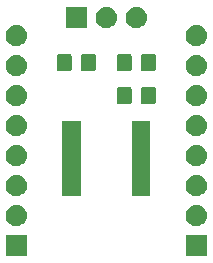
<source format=gbr>
G04 #@! TF.GenerationSoftware,KiCad,Pcbnew,(5.0.2)-1*
G04 #@! TF.CreationDate,2019-08-04T21:59:47-04:00*
G04 #@! TF.ProjectId,LSF0108PWR_Breakout,4c534630-3130-4385-9057-525f42726561,rev?*
G04 #@! TF.SameCoordinates,Original*
G04 #@! TF.FileFunction,Soldermask,Top*
G04 #@! TF.FilePolarity,Negative*
%FSLAX46Y46*%
G04 Gerber Fmt 4.6, Leading zero omitted, Abs format (unit mm)*
G04 Created by KiCad (PCBNEW (5.0.2)-1) date 8/4/2019 9:59:47 PM*
%MOMM*%
%LPD*%
G01*
G04 APERTURE LIST*
%ADD10C,0.100000*%
G04 APERTURE END LIST*
D10*
G36*
X140601000Y-94881000D02*
X138799000Y-94881000D01*
X138799000Y-93079000D01*
X140601000Y-93079000D01*
X140601000Y-94881000D01*
X140601000Y-94881000D01*
G37*
G36*
X125361000Y-94881000D02*
X123559000Y-94881000D01*
X123559000Y-93079000D01*
X125361000Y-93079000D01*
X125361000Y-94881000D01*
X125361000Y-94881000D01*
G37*
G36*
X139810443Y-90545519D02*
X139876627Y-90552037D01*
X139989853Y-90586384D01*
X140046467Y-90603557D01*
X140185087Y-90677652D01*
X140202991Y-90687222D01*
X140238729Y-90716552D01*
X140340186Y-90799814D01*
X140423448Y-90901271D01*
X140452778Y-90937009D01*
X140452779Y-90937011D01*
X140536443Y-91093533D01*
X140536443Y-91093534D01*
X140587963Y-91263373D01*
X140605359Y-91440000D01*
X140587963Y-91616627D01*
X140553616Y-91729853D01*
X140536443Y-91786467D01*
X140462348Y-91925087D01*
X140452778Y-91942991D01*
X140423448Y-91978729D01*
X140340186Y-92080186D01*
X140238729Y-92163448D01*
X140202991Y-92192778D01*
X140202989Y-92192779D01*
X140046467Y-92276443D01*
X139989853Y-92293616D01*
X139876627Y-92327963D01*
X139810443Y-92334481D01*
X139744260Y-92341000D01*
X139655740Y-92341000D01*
X139589557Y-92334481D01*
X139523373Y-92327963D01*
X139410147Y-92293616D01*
X139353533Y-92276443D01*
X139197011Y-92192779D01*
X139197009Y-92192778D01*
X139161271Y-92163448D01*
X139059814Y-92080186D01*
X138976552Y-91978729D01*
X138947222Y-91942991D01*
X138937652Y-91925087D01*
X138863557Y-91786467D01*
X138846384Y-91729853D01*
X138812037Y-91616627D01*
X138794641Y-91440000D01*
X138812037Y-91263373D01*
X138863557Y-91093534D01*
X138863557Y-91093533D01*
X138947221Y-90937011D01*
X138947222Y-90937009D01*
X138976552Y-90901271D01*
X139059814Y-90799814D01*
X139161271Y-90716552D01*
X139197009Y-90687222D01*
X139214913Y-90677652D01*
X139353533Y-90603557D01*
X139410147Y-90586384D01*
X139523373Y-90552037D01*
X139589557Y-90545519D01*
X139655740Y-90539000D01*
X139744260Y-90539000D01*
X139810443Y-90545519D01*
X139810443Y-90545519D01*
G37*
G36*
X124570443Y-90545519D02*
X124636627Y-90552037D01*
X124749853Y-90586384D01*
X124806467Y-90603557D01*
X124945087Y-90677652D01*
X124962991Y-90687222D01*
X124998729Y-90716552D01*
X125100186Y-90799814D01*
X125183448Y-90901271D01*
X125212778Y-90937009D01*
X125212779Y-90937011D01*
X125296443Y-91093533D01*
X125296443Y-91093534D01*
X125347963Y-91263373D01*
X125365359Y-91440000D01*
X125347963Y-91616627D01*
X125313616Y-91729853D01*
X125296443Y-91786467D01*
X125222348Y-91925087D01*
X125212778Y-91942991D01*
X125183448Y-91978729D01*
X125100186Y-92080186D01*
X124998729Y-92163448D01*
X124962991Y-92192778D01*
X124962989Y-92192779D01*
X124806467Y-92276443D01*
X124749853Y-92293616D01*
X124636627Y-92327963D01*
X124570443Y-92334481D01*
X124504260Y-92341000D01*
X124415740Y-92341000D01*
X124349557Y-92334481D01*
X124283373Y-92327963D01*
X124170147Y-92293616D01*
X124113533Y-92276443D01*
X123957011Y-92192779D01*
X123957009Y-92192778D01*
X123921271Y-92163448D01*
X123819814Y-92080186D01*
X123736552Y-91978729D01*
X123707222Y-91942991D01*
X123697652Y-91925087D01*
X123623557Y-91786467D01*
X123606384Y-91729853D01*
X123572037Y-91616627D01*
X123554641Y-91440000D01*
X123572037Y-91263373D01*
X123623557Y-91093534D01*
X123623557Y-91093533D01*
X123707221Y-90937011D01*
X123707222Y-90937009D01*
X123736552Y-90901271D01*
X123819814Y-90799814D01*
X123921271Y-90716552D01*
X123957009Y-90687222D01*
X123974913Y-90677652D01*
X124113533Y-90603557D01*
X124170147Y-90586384D01*
X124283373Y-90552037D01*
X124349557Y-90545519D01*
X124415740Y-90539000D01*
X124504260Y-90539000D01*
X124570443Y-90545519D01*
X124570443Y-90545519D01*
G37*
G36*
X135806000Y-89815000D02*
X134254000Y-89815000D01*
X134254000Y-83413000D01*
X135806000Y-83413000D01*
X135806000Y-89815000D01*
X135806000Y-89815000D01*
G37*
G36*
X129906000Y-89815000D02*
X128354000Y-89815000D01*
X128354000Y-83413000D01*
X129906000Y-83413000D01*
X129906000Y-89815000D01*
X129906000Y-89815000D01*
G37*
G36*
X139810443Y-88005519D02*
X139876627Y-88012037D01*
X139989853Y-88046384D01*
X140046467Y-88063557D01*
X140185087Y-88137652D01*
X140202991Y-88147222D01*
X140238729Y-88176552D01*
X140340186Y-88259814D01*
X140423448Y-88361271D01*
X140452778Y-88397009D01*
X140452779Y-88397011D01*
X140536443Y-88553533D01*
X140536443Y-88553534D01*
X140587963Y-88723373D01*
X140605359Y-88900000D01*
X140587963Y-89076627D01*
X140561155Y-89165000D01*
X140536443Y-89246467D01*
X140462348Y-89385087D01*
X140452778Y-89402991D01*
X140423448Y-89438729D01*
X140340186Y-89540186D01*
X140238729Y-89623448D01*
X140202991Y-89652778D01*
X140202989Y-89652779D01*
X140046467Y-89736443D01*
X139989853Y-89753616D01*
X139876627Y-89787963D01*
X139810443Y-89794481D01*
X139744260Y-89801000D01*
X139655740Y-89801000D01*
X139589557Y-89794481D01*
X139523373Y-89787963D01*
X139410147Y-89753616D01*
X139353533Y-89736443D01*
X139197011Y-89652779D01*
X139197009Y-89652778D01*
X139161271Y-89623448D01*
X139059814Y-89540186D01*
X138976552Y-89438729D01*
X138947222Y-89402991D01*
X138937652Y-89385087D01*
X138863557Y-89246467D01*
X138838845Y-89165000D01*
X138812037Y-89076627D01*
X138794641Y-88900000D01*
X138812037Y-88723373D01*
X138863557Y-88553534D01*
X138863557Y-88553533D01*
X138947221Y-88397011D01*
X138947222Y-88397009D01*
X138976552Y-88361271D01*
X139059814Y-88259814D01*
X139161271Y-88176552D01*
X139197009Y-88147222D01*
X139214913Y-88137652D01*
X139353533Y-88063557D01*
X139410147Y-88046384D01*
X139523373Y-88012037D01*
X139589557Y-88005519D01*
X139655740Y-87999000D01*
X139744260Y-87999000D01*
X139810443Y-88005519D01*
X139810443Y-88005519D01*
G37*
G36*
X124570443Y-88005519D02*
X124636627Y-88012037D01*
X124749853Y-88046384D01*
X124806467Y-88063557D01*
X124945087Y-88137652D01*
X124962991Y-88147222D01*
X124998729Y-88176552D01*
X125100186Y-88259814D01*
X125183448Y-88361271D01*
X125212778Y-88397009D01*
X125212779Y-88397011D01*
X125296443Y-88553533D01*
X125296443Y-88553534D01*
X125347963Y-88723373D01*
X125365359Y-88900000D01*
X125347963Y-89076627D01*
X125321155Y-89165000D01*
X125296443Y-89246467D01*
X125222348Y-89385087D01*
X125212778Y-89402991D01*
X125183448Y-89438729D01*
X125100186Y-89540186D01*
X124998729Y-89623448D01*
X124962991Y-89652778D01*
X124962989Y-89652779D01*
X124806467Y-89736443D01*
X124749853Y-89753616D01*
X124636627Y-89787963D01*
X124570443Y-89794481D01*
X124504260Y-89801000D01*
X124415740Y-89801000D01*
X124349557Y-89794481D01*
X124283373Y-89787963D01*
X124170147Y-89753616D01*
X124113533Y-89736443D01*
X123957011Y-89652779D01*
X123957009Y-89652778D01*
X123921271Y-89623448D01*
X123819814Y-89540186D01*
X123736552Y-89438729D01*
X123707222Y-89402991D01*
X123697652Y-89385087D01*
X123623557Y-89246467D01*
X123598845Y-89165000D01*
X123572037Y-89076627D01*
X123554641Y-88900000D01*
X123572037Y-88723373D01*
X123623557Y-88553534D01*
X123623557Y-88553533D01*
X123707221Y-88397011D01*
X123707222Y-88397009D01*
X123736552Y-88361271D01*
X123819814Y-88259814D01*
X123921271Y-88176552D01*
X123957009Y-88147222D01*
X123974913Y-88137652D01*
X124113533Y-88063557D01*
X124170147Y-88046384D01*
X124283373Y-88012037D01*
X124349557Y-88005519D01*
X124415740Y-87999000D01*
X124504260Y-87999000D01*
X124570443Y-88005519D01*
X124570443Y-88005519D01*
G37*
G36*
X124570442Y-85465518D02*
X124636627Y-85472037D01*
X124749853Y-85506384D01*
X124806467Y-85523557D01*
X124945087Y-85597652D01*
X124962991Y-85607222D01*
X124998729Y-85636552D01*
X125100186Y-85719814D01*
X125183448Y-85821271D01*
X125212778Y-85857009D01*
X125212779Y-85857011D01*
X125296443Y-86013533D01*
X125296443Y-86013534D01*
X125347963Y-86183373D01*
X125365359Y-86360000D01*
X125347963Y-86536627D01*
X125339356Y-86565000D01*
X125296443Y-86706467D01*
X125222348Y-86845087D01*
X125212778Y-86862991D01*
X125183448Y-86898729D01*
X125100186Y-87000186D01*
X124998729Y-87083448D01*
X124962991Y-87112778D01*
X124962989Y-87112779D01*
X124806467Y-87196443D01*
X124749853Y-87213616D01*
X124636627Y-87247963D01*
X124570442Y-87254482D01*
X124504260Y-87261000D01*
X124415740Y-87261000D01*
X124349558Y-87254482D01*
X124283373Y-87247963D01*
X124170147Y-87213616D01*
X124113533Y-87196443D01*
X123957011Y-87112779D01*
X123957009Y-87112778D01*
X123921271Y-87083448D01*
X123819814Y-87000186D01*
X123736552Y-86898729D01*
X123707222Y-86862991D01*
X123697652Y-86845087D01*
X123623557Y-86706467D01*
X123580644Y-86565000D01*
X123572037Y-86536627D01*
X123554641Y-86360000D01*
X123572037Y-86183373D01*
X123623557Y-86013534D01*
X123623557Y-86013533D01*
X123707221Y-85857011D01*
X123707222Y-85857009D01*
X123736552Y-85821271D01*
X123819814Y-85719814D01*
X123921271Y-85636552D01*
X123957009Y-85607222D01*
X123974913Y-85597652D01*
X124113533Y-85523557D01*
X124170147Y-85506384D01*
X124283373Y-85472037D01*
X124349558Y-85465518D01*
X124415740Y-85459000D01*
X124504260Y-85459000D01*
X124570442Y-85465518D01*
X124570442Y-85465518D01*
G37*
G36*
X139810442Y-85465518D02*
X139876627Y-85472037D01*
X139989853Y-85506384D01*
X140046467Y-85523557D01*
X140185087Y-85597652D01*
X140202991Y-85607222D01*
X140238729Y-85636552D01*
X140340186Y-85719814D01*
X140423448Y-85821271D01*
X140452778Y-85857009D01*
X140452779Y-85857011D01*
X140536443Y-86013533D01*
X140536443Y-86013534D01*
X140587963Y-86183373D01*
X140605359Y-86360000D01*
X140587963Y-86536627D01*
X140579356Y-86565000D01*
X140536443Y-86706467D01*
X140462348Y-86845087D01*
X140452778Y-86862991D01*
X140423448Y-86898729D01*
X140340186Y-87000186D01*
X140238729Y-87083448D01*
X140202991Y-87112778D01*
X140202989Y-87112779D01*
X140046467Y-87196443D01*
X139989853Y-87213616D01*
X139876627Y-87247963D01*
X139810442Y-87254482D01*
X139744260Y-87261000D01*
X139655740Y-87261000D01*
X139589558Y-87254482D01*
X139523373Y-87247963D01*
X139410147Y-87213616D01*
X139353533Y-87196443D01*
X139197011Y-87112779D01*
X139197009Y-87112778D01*
X139161271Y-87083448D01*
X139059814Y-87000186D01*
X138976552Y-86898729D01*
X138947222Y-86862991D01*
X138937652Y-86845087D01*
X138863557Y-86706467D01*
X138820644Y-86565000D01*
X138812037Y-86536627D01*
X138794641Y-86360000D01*
X138812037Y-86183373D01*
X138863557Y-86013534D01*
X138863557Y-86013533D01*
X138947221Y-85857011D01*
X138947222Y-85857009D01*
X138976552Y-85821271D01*
X139059814Y-85719814D01*
X139161271Y-85636552D01*
X139197009Y-85607222D01*
X139214913Y-85597652D01*
X139353533Y-85523557D01*
X139410147Y-85506384D01*
X139523373Y-85472037D01*
X139589558Y-85465518D01*
X139655740Y-85459000D01*
X139744260Y-85459000D01*
X139810442Y-85465518D01*
X139810442Y-85465518D01*
G37*
G36*
X139810443Y-82925519D02*
X139876627Y-82932037D01*
X139989853Y-82966384D01*
X140046467Y-82983557D01*
X140185087Y-83057652D01*
X140202991Y-83067222D01*
X140238729Y-83096552D01*
X140340186Y-83179814D01*
X140423448Y-83281271D01*
X140452778Y-83317009D01*
X140452779Y-83317011D01*
X140536443Y-83473533D01*
X140536443Y-83473534D01*
X140587963Y-83643373D01*
X140605359Y-83820000D01*
X140587963Y-83996627D01*
X140567829Y-84063000D01*
X140536443Y-84166467D01*
X140462348Y-84305087D01*
X140452778Y-84322991D01*
X140423448Y-84358729D01*
X140340186Y-84460186D01*
X140238729Y-84543448D01*
X140202991Y-84572778D01*
X140202989Y-84572779D01*
X140046467Y-84656443D01*
X139989853Y-84673616D01*
X139876627Y-84707963D01*
X139810443Y-84714481D01*
X139744260Y-84721000D01*
X139655740Y-84721000D01*
X139589557Y-84714481D01*
X139523373Y-84707963D01*
X139410147Y-84673616D01*
X139353533Y-84656443D01*
X139197011Y-84572779D01*
X139197009Y-84572778D01*
X139161271Y-84543448D01*
X139059814Y-84460186D01*
X138976552Y-84358729D01*
X138947222Y-84322991D01*
X138937652Y-84305087D01*
X138863557Y-84166467D01*
X138832171Y-84063000D01*
X138812037Y-83996627D01*
X138794641Y-83820000D01*
X138812037Y-83643373D01*
X138863557Y-83473534D01*
X138863557Y-83473533D01*
X138947221Y-83317011D01*
X138947222Y-83317009D01*
X138976552Y-83281271D01*
X139059814Y-83179814D01*
X139161271Y-83096552D01*
X139197009Y-83067222D01*
X139214913Y-83057652D01*
X139353533Y-82983557D01*
X139410147Y-82966384D01*
X139523373Y-82932037D01*
X139589557Y-82925519D01*
X139655740Y-82919000D01*
X139744260Y-82919000D01*
X139810443Y-82925519D01*
X139810443Y-82925519D01*
G37*
G36*
X124570443Y-82925519D02*
X124636627Y-82932037D01*
X124749853Y-82966384D01*
X124806467Y-82983557D01*
X124945087Y-83057652D01*
X124962991Y-83067222D01*
X124998729Y-83096552D01*
X125100186Y-83179814D01*
X125183448Y-83281271D01*
X125212778Y-83317009D01*
X125212779Y-83317011D01*
X125296443Y-83473533D01*
X125296443Y-83473534D01*
X125347963Y-83643373D01*
X125365359Y-83820000D01*
X125347963Y-83996627D01*
X125327829Y-84063000D01*
X125296443Y-84166467D01*
X125222348Y-84305087D01*
X125212778Y-84322991D01*
X125183448Y-84358729D01*
X125100186Y-84460186D01*
X124998729Y-84543448D01*
X124962991Y-84572778D01*
X124962989Y-84572779D01*
X124806467Y-84656443D01*
X124749853Y-84673616D01*
X124636627Y-84707963D01*
X124570443Y-84714481D01*
X124504260Y-84721000D01*
X124415740Y-84721000D01*
X124349557Y-84714481D01*
X124283373Y-84707963D01*
X124170147Y-84673616D01*
X124113533Y-84656443D01*
X123957011Y-84572779D01*
X123957009Y-84572778D01*
X123921271Y-84543448D01*
X123819814Y-84460186D01*
X123736552Y-84358729D01*
X123707222Y-84322991D01*
X123697652Y-84305087D01*
X123623557Y-84166467D01*
X123592171Y-84063000D01*
X123572037Y-83996627D01*
X123554641Y-83820000D01*
X123572037Y-83643373D01*
X123623557Y-83473534D01*
X123623557Y-83473533D01*
X123707221Y-83317011D01*
X123707222Y-83317009D01*
X123736552Y-83281271D01*
X123819814Y-83179814D01*
X123921271Y-83096552D01*
X123957009Y-83067222D01*
X123974913Y-83057652D01*
X124113533Y-82983557D01*
X124170147Y-82966384D01*
X124283373Y-82932037D01*
X124349557Y-82925519D01*
X124415740Y-82919000D01*
X124504260Y-82919000D01*
X124570443Y-82925519D01*
X124570443Y-82925519D01*
G37*
G36*
X139810442Y-80385518D02*
X139876627Y-80392037D01*
X139989853Y-80426384D01*
X140046467Y-80443557D01*
X140185087Y-80517652D01*
X140202991Y-80527222D01*
X140211530Y-80534230D01*
X140340186Y-80639814D01*
X140419665Y-80736661D01*
X140452778Y-80777009D01*
X140452779Y-80777011D01*
X140536443Y-80933533D01*
X140536443Y-80933534D01*
X140587963Y-81103373D01*
X140605359Y-81280000D01*
X140587963Y-81456627D01*
X140553616Y-81569853D01*
X140536443Y-81626467D01*
X140465694Y-81758827D01*
X140452778Y-81782991D01*
X140429032Y-81811925D01*
X140340186Y-81920186D01*
X140261049Y-81985131D01*
X140202991Y-82032778D01*
X140202989Y-82032779D01*
X140046467Y-82116443D01*
X139989853Y-82133616D01*
X139876627Y-82167963D01*
X139810443Y-82174481D01*
X139744260Y-82181000D01*
X139655740Y-82181000D01*
X139589557Y-82174481D01*
X139523373Y-82167963D01*
X139410147Y-82133616D01*
X139353533Y-82116443D01*
X139197011Y-82032779D01*
X139197009Y-82032778D01*
X139138951Y-81985131D01*
X139059814Y-81920186D01*
X138970968Y-81811925D01*
X138947222Y-81782991D01*
X138934306Y-81758827D01*
X138863557Y-81626467D01*
X138846384Y-81569853D01*
X138812037Y-81456627D01*
X138794641Y-81280000D01*
X138812037Y-81103373D01*
X138863557Y-80933534D01*
X138863557Y-80933533D01*
X138947221Y-80777011D01*
X138947222Y-80777009D01*
X138980335Y-80736661D01*
X139059814Y-80639814D01*
X139188470Y-80534230D01*
X139197009Y-80527222D01*
X139214913Y-80517652D01*
X139353533Y-80443557D01*
X139410147Y-80426384D01*
X139523373Y-80392037D01*
X139589558Y-80385518D01*
X139655740Y-80379000D01*
X139744260Y-80379000D01*
X139810442Y-80385518D01*
X139810442Y-80385518D01*
G37*
G36*
X124570442Y-80385518D02*
X124636627Y-80392037D01*
X124749853Y-80426384D01*
X124806467Y-80443557D01*
X124945087Y-80517652D01*
X124962991Y-80527222D01*
X124971530Y-80534230D01*
X125100186Y-80639814D01*
X125179665Y-80736661D01*
X125212778Y-80777009D01*
X125212779Y-80777011D01*
X125296443Y-80933533D01*
X125296443Y-80933534D01*
X125347963Y-81103373D01*
X125365359Y-81280000D01*
X125347963Y-81456627D01*
X125313616Y-81569853D01*
X125296443Y-81626467D01*
X125225694Y-81758827D01*
X125212778Y-81782991D01*
X125189032Y-81811925D01*
X125100186Y-81920186D01*
X125021049Y-81985131D01*
X124962991Y-82032778D01*
X124962989Y-82032779D01*
X124806467Y-82116443D01*
X124749853Y-82133616D01*
X124636627Y-82167963D01*
X124570443Y-82174481D01*
X124504260Y-82181000D01*
X124415740Y-82181000D01*
X124349557Y-82174481D01*
X124283373Y-82167963D01*
X124170147Y-82133616D01*
X124113533Y-82116443D01*
X123957011Y-82032779D01*
X123957009Y-82032778D01*
X123898951Y-81985131D01*
X123819814Y-81920186D01*
X123730968Y-81811925D01*
X123707222Y-81782991D01*
X123694306Y-81758827D01*
X123623557Y-81626467D01*
X123606384Y-81569853D01*
X123572037Y-81456627D01*
X123554641Y-81280000D01*
X123572037Y-81103373D01*
X123623557Y-80933534D01*
X123623557Y-80933533D01*
X123707221Y-80777011D01*
X123707222Y-80777009D01*
X123740335Y-80736661D01*
X123819814Y-80639814D01*
X123948470Y-80534230D01*
X123957009Y-80527222D01*
X123974913Y-80517652D01*
X124113533Y-80443557D01*
X124170147Y-80426384D01*
X124283373Y-80392037D01*
X124349558Y-80385518D01*
X124415740Y-80379000D01*
X124504260Y-80379000D01*
X124570442Y-80385518D01*
X124570442Y-80385518D01*
G37*
G36*
X136108677Y-80533465D02*
X136146364Y-80544898D01*
X136181103Y-80563466D01*
X136211548Y-80588452D01*
X136236534Y-80618897D01*
X136255102Y-80653636D01*
X136266535Y-80691323D01*
X136271000Y-80736661D01*
X136271000Y-81823339D01*
X136266535Y-81868677D01*
X136255102Y-81906364D01*
X136236534Y-81941103D01*
X136211548Y-81971548D01*
X136181103Y-81996534D01*
X136146364Y-82015102D01*
X136108677Y-82026535D01*
X136063339Y-82031000D01*
X135226661Y-82031000D01*
X135181323Y-82026535D01*
X135143636Y-82015102D01*
X135108897Y-81996534D01*
X135078452Y-81971548D01*
X135053466Y-81941103D01*
X135034898Y-81906364D01*
X135023465Y-81868677D01*
X135019000Y-81823339D01*
X135019000Y-80736661D01*
X135023465Y-80691323D01*
X135034898Y-80653636D01*
X135053466Y-80618897D01*
X135078452Y-80588452D01*
X135108897Y-80563466D01*
X135143636Y-80544898D01*
X135181323Y-80533465D01*
X135226661Y-80529000D01*
X136063339Y-80529000D01*
X136108677Y-80533465D01*
X136108677Y-80533465D01*
G37*
G36*
X134058677Y-80533465D02*
X134096364Y-80544898D01*
X134131103Y-80563466D01*
X134161548Y-80588452D01*
X134186534Y-80618897D01*
X134205102Y-80653636D01*
X134216535Y-80691323D01*
X134221000Y-80736661D01*
X134221000Y-81823339D01*
X134216535Y-81868677D01*
X134205102Y-81906364D01*
X134186534Y-81941103D01*
X134161548Y-81971548D01*
X134131103Y-81996534D01*
X134096364Y-82015102D01*
X134058677Y-82026535D01*
X134013339Y-82031000D01*
X133176661Y-82031000D01*
X133131323Y-82026535D01*
X133093636Y-82015102D01*
X133058897Y-81996534D01*
X133028452Y-81971548D01*
X133003466Y-81941103D01*
X132984898Y-81906364D01*
X132973465Y-81868677D01*
X132969000Y-81823339D01*
X132969000Y-80736661D01*
X132973465Y-80691323D01*
X132984898Y-80653636D01*
X133003466Y-80618897D01*
X133028452Y-80588452D01*
X133058897Y-80563466D01*
X133093636Y-80544898D01*
X133131323Y-80533465D01*
X133176661Y-80529000D01*
X134013339Y-80529000D01*
X134058677Y-80533465D01*
X134058677Y-80533465D01*
G37*
G36*
X139810443Y-77845519D02*
X139876627Y-77852037D01*
X139989853Y-77886384D01*
X140046467Y-77903557D01*
X140119624Y-77942661D01*
X140202991Y-77987222D01*
X140227301Y-78007173D01*
X140340186Y-78099814D01*
X140423448Y-78201271D01*
X140452778Y-78237009D01*
X140452779Y-78237011D01*
X140536443Y-78393533D01*
X140536443Y-78393534D01*
X140587963Y-78563373D01*
X140605359Y-78740000D01*
X140587963Y-78916627D01*
X140557235Y-79017925D01*
X140536443Y-79086467D01*
X140504032Y-79147103D01*
X140452778Y-79242991D01*
X140423448Y-79278729D01*
X140340186Y-79380186D01*
X140238729Y-79463448D01*
X140202991Y-79492778D01*
X140202989Y-79492779D01*
X140046467Y-79576443D01*
X139989853Y-79593616D01*
X139876627Y-79627963D01*
X139810442Y-79634482D01*
X139744260Y-79641000D01*
X139655740Y-79641000D01*
X139589558Y-79634482D01*
X139523373Y-79627963D01*
X139410147Y-79593616D01*
X139353533Y-79576443D01*
X139197011Y-79492779D01*
X139197009Y-79492778D01*
X139161271Y-79463448D01*
X139059814Y-79380186D01*
X138976552Y-79278729D01*
X138947222Y-79242991D01*
X138895968Y-79147103D01*
X138863557Y-79086467D01*
X138842765Y-79017925D01*
X138812037Y-78916627D01*
X138794641Y-78740000D01*
X138812037Y-78563373D01*
X138863557Y-78393534D01*
X138863557Y-78393533D01*
X138947221Y-78237011D01*
X138947222Y-78237009D01*
X138976552Y-78201271D01*
X139059814Y-78099814D01*
X139172699Y-78007173D01*
X139197009Y-77987222D01*
X139280376Y-77942661D01*
X139353533Y-77903557D01*
X139410147Y-77886384D01*
X139523373Y-77852037D01*
X139589557Y-77845519D01*
X139655740Y-77839000D01*
X139744260Y-77839000D01*
X139810443Y-77845519D01*
X139810443Y-77845519D01*
G37*
G36*
X124570443Y-77845519D02*
X124636627Y-77852037D01*
X124749853Y-77886384D01*
X124806467Y-77903557D01*
X124879624Y-77942661D01*
X124962991Y-77987222D01*
X124987301Y-78007173D01*
X125100186Y-78099814D01*
X125183448Y-78201271D01*
X125212778Y-78237009D01*
X125212779Y-78237011D01*
X125296443Y-78393533D01*
X125296443Y-78393534D01*
X125347963Y-78563373D01*
X125365359Y-78740000D01*
X125347963Y-78916627D01*
X125317235Y-79017925D01*
X125296443Y-79086467D01*
X125264032Y-79147103D01*
X125212778Y-79242991D01*
X125183448Y-79278729D01*
X125100186Y-79380186D01*
X124998729Y-79463448D01*
X124962991Y-79492778D01*
X124962989Y-79492779D01*
X124806467Y-79576443D01*
X124749853Y-79593616D01*
X124636627Y-79627963D01*
X124570442Y-79634482D01*
X124504260Y-79641000D01*
X124415740Y-79641000D01*
X124349558Y-79634482D01*
X124283373Y-79627963D01*
X124170147Y-79593616D01*
X124113533Y-79576443D01*
X123957011Y-79492779D01*
X123957009Y-79492778D01*
X123921271Y-79463448D01*
X123819814Y-79380186D01*
X123736552Y-79278729D01*
X123707222Y-79242991D01*
X123655968Y-79147103D01*
X123623557Y-79086467D01*
X123602765Y-79017925D01*
X123572037Y-78916627D01*
X123554641Y-78740000D01*
X123572037Y-78563373D01*
X123623557Y-78393534D01*
X123623557Y-78393533D01*
X123707221Y-78237011D01*
X123707222Y-78237009D01*
X123736552Y-78201271D01*
X123819814Y-78099814D01*
X123932699Y-78007173D01*
X123957009Y-77987222D01*
X124040376Y-77942661D01*
X124113533Y-77903557D01*
X124170147Y-77886384D01*
X124283373Y-77852037D01*
X124349557Y-77845519D01*
X124415740Y-77839000D01*
X124504260Y-77839000D01*
X124570443Y-77845519D01*
X124570443Y-77845519D01*
G37*
G36*
X136108677Y-77739465D02*
X136146364Y-77750898D01*
X136181103Y-77769466D01*
X136211548Y-77794452D01*
X136236534Y-77824897D01*
X136255102Y-77859636D01*
X136266535Y-77897323D01*
X136271000Y-77942661D01*
X136271000Y-79029339D01*
X136266535Y-79074677D01*
X136255102Y-79112364D01*
X136236534Y-79147103D01*
X136211548Y-79177548D01*
X136181103Y-79202534D01*
X136146364Y-79221102D01*
X136108677Y-79232535D01*
X136063339Y-79237000D01*
X135226661Y-79237000D01*
X135181323Y-79232535D01*
X135143636Y-79221102D01*
X135108897Y-79202534D01*
X135078452Y-79177548D01*
X135053466Y-79147103D01*
X135034898Y-79112364D01*
X135023465Y-79074677D01*
X135019000Y-79029339D01*
X135019000Y-77942661D01*
X135023465Y-77897323D01*
X135034898Y-77859636D01*
X135053466Y-77824897D01*
X135078452Y-77794452D01*
X135108897Y-77769466D01*
X135143636Y-77750898D01*
X135181323Y-77739465D01*
X135226661Y-77735000D01*
X136063339Y-77735000D01*
X136108677Y-77739465D01*
X136108677Y-77739465D01*
G37*
G36*
X134058677Y-77739465D02*
X134096364Y-77750898D01*
X134131103Y-77769466D01*
X134161548Y-77794452D01*
X134186534Y-77824897D01*
X134205102Y-77859636D01*
X134216535Y-77897323D01*
X134221000Y-77942661D01*
X134221000Y-79029339D01*
X134216535Y-79074677D01*
X134205102Y-79112364D01*
X134186534Y-79147103D01*
X134161548Y-79177548D01*
X134131103Y-79202534D01*
X134096364Y-79221102D01*
X134058677Y-79232535D01*
X134013339Y-79237000D01*
X133176661Y-79237000D01*
X133131323Y-79232535D01*
X133093636Y-79221102D01*
X133058897Y-79202534D01*
X133028452Y-79177548D01*
X133003466Y-79147103D01*
X132984898Y-79112364D01*
X132973465Y-79074677D01*
X132969000Y-79029339D01*
X132969000Y-77942661D01*
X132973465Y-77897323D01*
X132984898Y-77859636D01*
X133003466Y-77824897D01*
X133028452Y-77794452D01*
X133058897Y-77769466D01*
X133093636Y-77750898D01*
X133131323Y-77739465D01*
X133176661Y-77735000D01*
X134013339Y-77735000D01*
X134058677Y-77739465D01*
X134058677Y-77739465D01*
G37*
G36*
X131028677Y-77739465D02*
X131066364Y-77750898D01*
X131101103Y-77769466D01*
X131131548Y-77794452D01*
X131156534Y-77824897D01*
X131175102Y-77859636D01*
X131186535Y-77897323D01*
X131191000Y-77942661D01*
X131191000Y-79029339D01*
X131186535Y-79074677D01*
X131175102Y-79112364D01*
X131156534Y-79147103D01*
X131131548Y-79177548D01*
X131101103Y-79202534D01*
X131066364Y-79221102D01*
X131028677Y-79232535D01*
X130983339Y-79237000D01*
X130146661Y-79237000D01*
X130101323Y-79232535D01*
X130063636Y-79221102D01*
X130028897Y-79202534D01*
X129998452Y-79177548D01*
X129973466Y-79147103D01*
X129954898Y-79112364D01*
X129943465Y-79074677D01*
X129939000Y-79029339D01*
X129939000Y-77942661D01*
X129943465Y-77897323D01*
X129954898Y-77859636D01*
X129973466Y-77824897D01*
X129998452Y-77794452D01*
X130028897Y-77769466D01*
X130063636Y-77750898D01*
X130101323Y-77739465D01*
X130146661Y-77735000D01*
X130983339Y-77735000D01*
X131028677Y-77739465D01*
X131028677Y-77739465D01*
G37*
G36*
X128978677Y-77739465D02*
X129016364Y-77750898D01*
X129051103Y-77769466D01*
X129081548Y-77794452D01*
X129106534Y-77824897D01*
X129125102Y-77859636D01*
X129136535Y-77897323D01*
X129141000Y-77942661D01*
X129141000Y-79029339D01*
X129136535Y-79074677D01*
X129125102Y-79112364D01*
X129106534Y-79147103D01*
X129081548Y-79177548D01*
X129051103Y-79202534D01*
X129016364Y-79221102D01*
X128978677Y-79232535D01*
X128933339Y-79237000D01*
X128096661Y-79237000D01*
X128051323Y-79232535D01*
X128013636Y-79221102D01*
X127978897Y-79202534D01*
X127948452Y-79177548D01*
X127923466Y-79147103D01*
X127904898Y-79112364D01*
X127893465Y-79074677D01*
X127889000Y-79029339D01*
X127889000Y-77942661D01*
X127893465Y-77897323D01*
X127904898Y-77859636D01*
X127923466Y-77824897D01*
X127948452Y-77794452D01*
X127978897Y-77769466D01*
X128013636Y-77750898D01*
X128051323Y-77739465D01*
X128096661Y-77735000D01*
X128933339Y-77735000D01*
X128978677Y-77739465D01*
X128978677Y-77739465D01*
G37*
G36*
X139810442Y-75305518D02*
X139876627Y-75312037D01*
X139989853Y-75346384D01*
X140046467Y-75363557D01*
X140168485Y-75428778D01*
X140202991Y-75447222D01*
X140238729Y-75476552D01*
X140340186Y-75559814D01*
X140423448Y-75661271D01*
X140452778Y-75697009D01*
X140452779Y-75697011D01*
X140536443Y-75853533D01*
X140536443Y-75853534D01*
X140587963Y-76023373D01*
X140605359Y-76200000D01*
X140587963Y-76376627D01*
X140553616Y-76489853D01*
X140536443Y-76546467D01*
X140462348Y-76685087D01*
X140452778Y-76702991D01*
X140423448Y-76738729D01*
X140340186Y-76840186D01*
X140238729Y-76923448D01*
X140202991Y-76952778D01*
X140202989Y-76952779D01*
X140046467Y-77036443D01*
X139989853Y-77053616D01*
X139876627Y-77087963D01*
X139810442Y-77094482D01*
X139744260Y-77101000D01*
X139655740Y-77101000D01*
X139589558Y-77094482D01*
X139523373Y-77087963D01*
X139410147Y-77053616D01*
X139353533Y-77036443D01*
X139197011Y-76952779D01*
X139197009Y-76952778D01*
X139161271Y-76923448D01*
X139059814Y-76840186D01*
X138976552Y-76738729D01*
X138947222Y-76702991D01*
X138937652Y-76685087D01*
X138863557Y-76546467D01*
X138846384Y-76489853D01*
X138812037Y-76376627D01*
X138794641Y-76200000D01*
X138812037Y-76023373D01*
X138863557Y-75853534D01*
X138863557Y-75853533D01*
X138947221Y-75697011D01*
X138947222Y-75697009D01*
X138976552Y-75661271D01*
X139059814Y-75559814D01*
X139161271Y-75476552D01*
X139197009Y-75447222D01*
X139231515Y-75428778D01*
X139353533Y-75363557D01*
X139410147Y-75346384D01*
X139523373Y-75312037D01*
X139589558Y-75305518D01*
X139655740Y-75299000D01*
X139744260Y-75299000D01*
X139810442Y-75305518D01*
X139810442Y-75305518D01*
G37*
G36*
X124570442Y-75305518D02*
X124636627Y-75312037D01*
X124749853Y-75346384D01*
X124806467Y-75363557D01*
X124928485Y-75428778D01*
X124962991Y-75447222D01*
X124998729Y-75476552D01*
X125100186Y-75559814D01*
X125183448Y-75661271D01*
X125212778Y-75697009D01*
X125212779Y-75697011D01*
X125296443Y-75853533D01*
X125296443Y-75853534D01*
X125347963Y-76023373D01*
X125365359Y-76200000D01*
X125347963Y-76376627D01*
X125313616Y-76489853D01*
X125296443Y-76546467D01*
X125222348Y-76685087D01*
X125212778Y-76702991D01*
X125183448Y-76738729D01*
X125100186Y-76840186D01*
X124998729Y-76923448D01*
X124962991Y-76952778D01*
X124962989Y-76952779D01*
X124806467Y-77036443D01*
X124749853Y-77053616D01*
X124636627Y-77087963D01*
X124570442Y-77094482D01*
X124504260Y-77101000D01*
X124415740Y-77101000D01*
X124349558Y-77094482D01*
X124283373Y-77087963D01*
X124170147Y-77053616D01*
X124113533Y-77036443D01*
X123957011Y-76952779D01*
X123957009Y-76952778D01*
X123921271Y-76923448D01*
X123819814Y-76840186D01*
X123736552Y-76738729D01*
X123707222Y-76702991D01*
X123697652Y-76685087D01*
X123623557Y-76546467D01*
X123606384Y-76489853D01*
X123572037Y-76376627D01*
X123554641Y-76200000D01*
X123572037Y-76023373D01*
X123623557Y-75853534D01*
X123623557Y-75853533D01*
X123707221Y-75697011D01*
X123707222Y-75697009D01*
X123736552Y-75661271D01*
X123819814Y-75559814D01*
X123921271Y-75476552D01*
X123957009Y-75447222D01*
X123991515Y-75428778D01*
X124113533Y-75363557D01*
X124170147Y-75346384D01*
X124283373Y-75312037D01*
X124349558Y-75305518D01*
X124415740Y-75299000D01*
X124504260Y-75299000D01*
X124570442Y-75305518D01*
X124570442Y-75305518D01*
G37*
G36*
X134730443Y-73781519D02*
X134796627Y-73788037D01*
X134909853Y-73822384D01*
X134966467Y-73839557D01*
X135105087Y-73913652D01*
X135122991Y-73923222D01*
X135158729Y-73952552D01*
X135260186Y-74035814D01*
X135343448Y-74137271D01*
X135372778Y-74173009D01*
X135372779Y-74173011D01*
X135456443Y-74329533D01*
X135456443Y-74329534D01*
X135507963Y-74499373D01*
X135525359Y-74676000D01*
X135507963Y-74852627D01*
X135473616Y-74965853D01*
X135456443Y-75022467D01*
X135382348Y-75161087D01*
X135372778Y-75178991D01*
X135343448Y-75214729D01*
X135260186Y-75316186D01*
X135158729Y-75399448D01*
X135122991Y-75428778D01*
X135122989Y-75428779D01*
X134966467Y-75512443D01*
X134909853Y-75529616D01*
X134796627Y-75563963D01*
X134730443Y-75570481D01*
X134664260Y-75577000D01*
X134575740Y-75577000D01*
X134509557Y-75570481D01*
X134443373Y-75563963D01*
X134330147Y-75529616D01*
X134273533Y-75512443D01*
X134117011Y-75428779D01*
X134117009Y-75428778D01*
X134081271Y-75399448D01*
X133979814Y-75316186D01*
X133896552Y-75214729D01*
X133867222Y-75178991D01*
X133857652Y-75161087D01*
X133783557Y-75022467D01*
X133766384Y-74965853D01*
X133732037Y-74852627D01*
X133714641Y-74676000D01*
X133732037Y-74499373D01*
X133783557Y-74329534D01*
X133783557Y-74329533D01*
X133867221Y-74173011D01*
X133867222Y-74173009D01*
X133896552Y-74137271D01*
X133979814Y-74035814D01*
X134081271Y-73952552D01*
X134117009Y-73923222D01*
X134134913Y-73913652D01*
X134273533Y-73839557D01*
X134330147Y-73822384D01*
X134443373Y-73788037D01*
X134509557Y-73781519D01*
X134575740Y-73775000D01*
X134664260Y-73775000D01*
X134730443Y-73781519D01*
X134730443Y-73781519D01*
G37*
G36*
X132190443Y-73781519D02*
X132256627Y-73788037D01*
X132369853Y-73822384D01*
X132426467Y-73839557D01*
X132565087Y-73913652D01*
X132582991Y-73923222D01*
X132618729Y-73952552D01*
X132720186Y-74035814D01*
X132803448Y-74137271D01*
X132832778Y-74173009D01*
X132832779Y-74173011D01*
X132916443Y-74329533D01*
X132916443Y-74329534D01*
X132967963Y-74499373D01*
X132985359Y-74676000D01*
X132967963Y-74852627D01*
X132933616Y-74965853D01*
X132916443Y-75022467D01*
X132842348Y-75161087D01*
X132832778Y-75178991D01*
X132803448Y-75214729D01*
X132720186Y-75316186D01*
X132618729Y-75399448D01*
X132582991Y-75428778D01*
X132582989Y-75428779D01*
X132426467Y-75512443D01*
X132369853Y-75529616D01*
X132256627Y-75563963D01*
X132190443Y-75570481D01*
X132124260Y-75577000D01*
X132035740Y-75577000D01*
X131969557Y-75570481D01*
X131903373Y-75563963D01*
X131790147Y-75529616D01*
X131733533Y-75512443D01*
X131577011Y-75428779D01*
X131577009Y-75428778D01*
X131541271Y-75399448D01*
X131439814Y-75316186D01*
X131356552Y-75214729D01*
X131327222Y-75178991D01*
X131317652Y-75161087D01*
X131243557Y-75022467D01*
X131226384Y-74965853D01*
X131192037Y-74852627D01*
X131174641Y-74676000D01*
X131192037Y-74499373D01*
X131243557Y-74329534D01*
X131243557Y-74329533D01*
X131327221Y-74173011D01*
X131327222Y-74173009D01*
X131356552Y-74137271D01*
X131439814Y-74035814D01*
X131541271Y-73952552D01*
X131577009Y-73923222D01*
X131594913Y-73913652D01*
X131733533Y-73839557D01*
X131790147Y-73822384D01*
X131903373Y-73788037D01*
X131969557Y-73781519D01*
X132035740Y-73775000D01*
X132124260Y-73775000D01*
X132190443Y-73781519D01*
X132190443Y-73781519D01*
G37*
G36*
X130441000Y-75577000D02*
X128639000Y-75577000D01*
X128639000Y-73775000D01*
X130441000Y-73775000D01*
X130441000Y-75577000D01*
X130441000Y-75577000D01*
G37*
M02*

</source>
